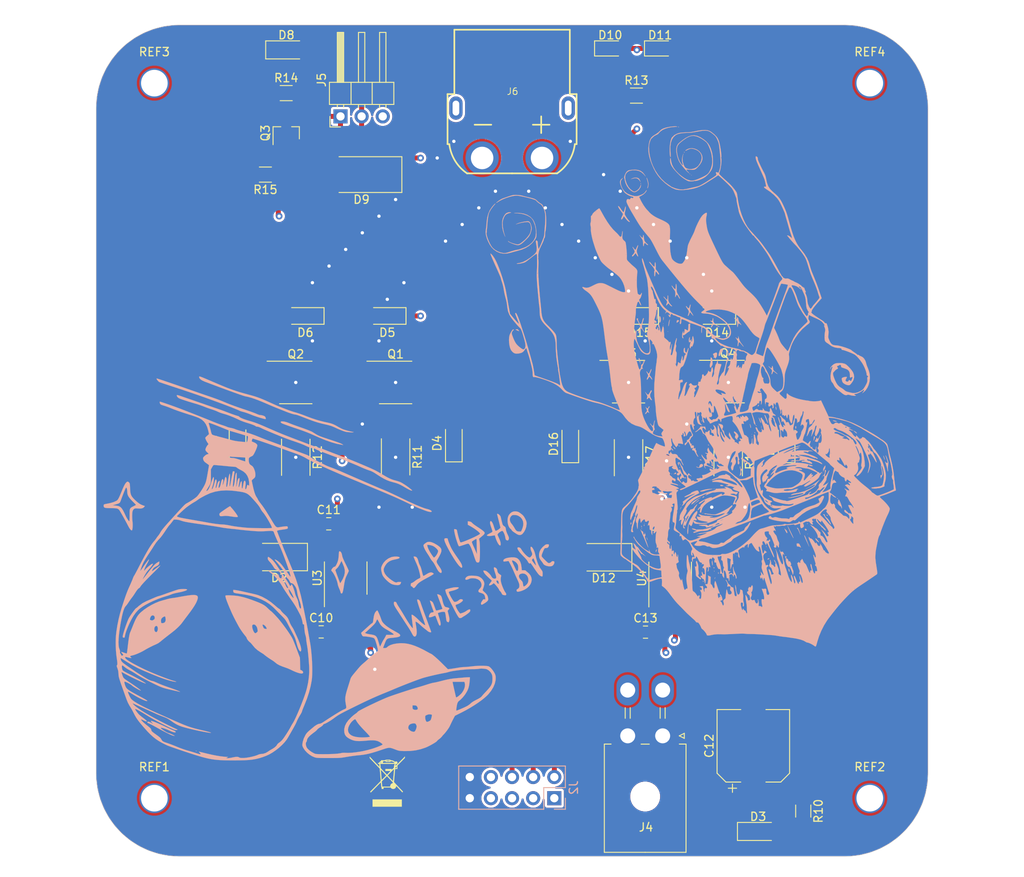
<source format=kicad_pcb>
(kicad_pcb (version 20171130) (host pcbnew "(5.1.10)-1")
  (layers (0 F.Cu signal) (1 In1.Cu signal) (2 In2.Cu signal) (31 B.Cu signal) (34 B.Paste user) (35 F.Paste user) (36 B.SilkS user) (37 F.SilkS user) (38 B.Mask user) (39 F.Mask user) (44 Edge.Cuts user))
  (net 0 "")
  (net 1 +12V)
  (net 2 GND)
  (net 3 "Net-(C11-Pad2)")
  (net 4 "Net-(C11-Pad1)")
  (net 5 "Net-(C14-Pad1)")
  (net 6 "Net-(C14-Pad2)")
  (net 7 "Net-(D3-Pad2)")
  (net 8 "Net-(D4-Pad2)")
  (net 9 "Net-(D4-Pad1)")
  (net 10 "Net-(D7-Pad1)")
  (net 11 "Net-(D7-Pad2)")
  (net 12 "Net-(D8-Pad1)")
  (net 13 "Net-(D9-Pad2)")
  (net 14 "Net-(D10-Pad1)")
  (net 15 "Net-(D13-Pad1)")
  (net 16 "Net-(D13-Pad2)")
  (net 17 "Net-(D16-Pad2)")
  (net 18 "Net-(D16-Pad1)")
  (net 19 /SD_H)
  (net 20 /SD_F)
  (net 21 /IN_H)
  (net 22 /IN_F)
  (net 23 "Net-(J2-Pad5)")
  (net 24 /SW_C)
  (net 25 "Net-(J5-Pad3)")
  (module monkey:Monkey_500Dpi (layer B.Cu) (at 233.5 91 25)
    (fp_text reference G*** hide)
    (fp_text value LOGO hide)
  )
  (module monkey:Alien (layer B.Cu) (at 188 111.5)
    (fp_text reference G*** hide)
    (fp_text value LOGO hide)
  )
  (module MountingHole:MountingHole_3.2mm_M3_ISO14580_Pad_TopOnly (layer F.Cu) (at 253 139)
    (fp_text reference REF2 (at 0 -3.75) (layer F.SilkS))
    (fp_text value MountingHole_3.2mm_M3_ISO14580_Pad_TopOnly)
    (pad 1 connect circle (at 0 0) (size 5.5 5.5) (layers F.Cu F.Mask))
    (pad 1 thru_hole circle (at 0 0) (size 3.6 3.6) (drill 3.2) (layers *.Cu *.Mask))
  )
  (module MountingHole:MountingHole_3.2mm_M3_ISO14580_Pad_TopOnly (layer F.Cu) (at 253 53)
    (fp_text reference REF4 (at 0 -3.75) (layer F.SilkS))
    (fp_text value MountingHole_3.2mm_M3_ISO14580_Pad_TopOnly)
    (pad 1 connect circle (at 0 0) (size 5.5 5.5) (layers F.Cu F.Mask))
    (pad 1 thru_hole circle (at 0 0) (size 3.6 3.6) (drill 3.2) (layers *.Cu *.Mask))
  )
  (module MountingHole:MountingHole_3.2mm_M3_ISO14580_Pad_TopOnly (layer F.Cu) (at 167 53)
    (fp_text reference REF3 (at 0 -3.75) (layer F.SilkS))
    (fp_text value MountingHole_3.2mm_M3_ISO14580_Pad_TopOnly)
    (pad 1 connect circle (at 0 0) (size 5.5 5.5) (layers F.Cu F.Mask))
    (pad 1 thru_hole circle (at 0 0) (size 3.6 3.6) (drill 3.2) (layers *.Cu *.Mask))
  )
  (module MountingHole:MountingHole_3.2mm_M3_ISO14580_Pad_TopOnly (layer F.Cu) (at 167 139)
    (fp_text reference REF1 (at 0 -3.75) (layer F.SilkS))
    (fp_text value MountingHole_3.2mm_M3_ISO14580_Pad_TopOnly)
    (pad 1 connect circle (at 0 0) (size 5.5 5.5) (layers F.Cu F.Mask))
    (pad 1 thru_hole circle (at 0 0) (size 3.6 3.6) (drill 3.2) (layers *.Cu *.Mask))
  )
  (module Symbol:WEEE-Logo_4.2x6mm_SilkScreen (layer F.Cu) (at 195 137)
    (fp_text reference REF** hide)
    (fp_text value WEEE-Logo_4.2x6mm_SilkScreen hide)
  )
  (module Diode_SMD:D_SMA-SMB_Universal_Handsoldering (layer F.Cu) (at 191.9 64 180)
    (fp_text reference D9 (at 0 -3) (layer F.SilkS))
    (fp_text value 1N4001)
    (pad 2 smd trapezoid (at 2.9 0) (size 3.6 1.7) (rect_delta 0.6 0) (layers F.Cu F.Paste F.Mask) (net 13 "Net-(D9-Pad2)"))
    (pad 1 smd trapezoid (at -2.9 0 180) (size 3.6 1.7) (rect_delta 0.6 0) (layers F.Cu F.Paste F.Mask) (net 1 +12V))
  )
  (module Capacitor_SMD:C_0805_2012Metric_Pad1.18x1.45mm_HandSolder (layer F.Cu) (at 187.0575 119)
    (fp_text reference C10 (at 0 -1.68) (layer F.SilkS))
    (fp_text value 10uF)
    (pad 2 smd roundrect (at 1.0375 0) (size 1.175 1.45) (layers F.Cu F.Paste F.Mask) (roundrect_rratio 0.2127659574468085) (net 1 +12V))
    (pad 1 smd roundrect (at -1.0375 0) (size 1.175 1.45) (layers F.Cu F.Paste F.Mask) (roundrect_rratio 0.2127659574468085) (net 2 GND))
  )
  (module Capacitor_SMD:C_0805_2012Metric_Pad1.18x1.45mm_HandSolder (layer F.Cu) (at 187.9625 106)
    (fp_text reference C11 (at 0 -1.68) (layer F.SilkS))
    (fp_text value 1uF)
    (pad 2 smd roundrect (at 1.0375 0) (size 1.175 1.45) (layers F.Cu F.Paste F.Mask) (roundrect_rratio 0.2127659574468085) (net 3 "Net-(C11-Pad2)"))
    (pad 1 smd roundrect (at -1.0375 0) (size 1.175 1.45) (layers F.Cu F.Paste F.Mask) (roundrect_rratio 0.2127659574468085) (net 4 "Net-(C11-Pad1)"))
  )
  (module Capacitor_SMD:CP_Elec_8x10.5 (layer F.Cu) (at 239 132.7 90)
    (fp_text reference C12 (at 0 -5.3 90) (layer F.SilkS))
    (fp_text value 220uF)
    (pad 2 smd roundrect (at 3.7 0 90) (size 4.4 2.5) (layers F.Cu F.Paste F.Mask) (roundrect_rratio 0.1) (net 1 +12V))
    (pad 1 smd roundrect (at -3.7 0 90) (size 4.4 2.5) (layers F.Cu F.Paste F.Mask) (roundrect_rratio 0.1) (net 2 GND))
  )
  (module Capacitor_SMD:C_0805_2012Metric_Pad1.18x1.45mm_HandSolder (layer F.Cu) (at 226.0375 119.025)
    (fp_text reference C13 (at 0 -1.68) (layer F.SilkS))
    (fp_text value 10uF)
    (pad 1 smd roundrect (at -1.0375 0) (size 1.175 1.45) (layers F.Cu F.Paste F.Mask) (roundrect_rratio 0.2127659574468085) (net 2 GND))
    (pad 2 smd roundrect (at 1.0375 0) (size 1.175 1.45) (layers F.Cu F.Paste F.Mask) (roundrect_rratio 0.2127659574468085) (net 1 +12V))
  )
  (module Capacitor_SMD:C_0805_2012Metric_Pad1.18x1.45mm_HandSolder (layer F.Cu) (at 227 106.025)
    (fp_text reference C14 (at 0 -1.68) (layer F.SilkS))
    (fp_text value 1uF)
    (pad 1 smd roundrect (at -1.0375 0) (size 1.175 1.45) (layers F.Cu F.Paste F.Mask) (roundrect_rratio 0.2127659574468085) (net 5 "Net-(C14-Pad1)"))
    (pad 2 smd roundrect (at 1.0375 0) (size 1.175 1.45) (layers F.Cu F.Paste F.Mask) (roundrect_rratio 0.2127659574468085) (net 6 "Net-(C14-Pad2)"))
  )
  (module Diode_SMD:D_SMA (layer F.Cu) (at 182 110 180)
    (fp_text reference D2 (at 0 -2.5) (layer F.SilkS))
    (fp_text value US2MA)
    (pad 1 smd rect (at -2 0 180) (size 2.5 1.8) (layers F.Cu F.Paste F.Mask) (net 4 "Net-(C11-Pad1)"))
    (pad 2 smd rect (at 2 0 180) (size 2.5 1.8) (layers F.Cu F.Paste F.Mask) (net 1 +12V))
  )
  (module LED_SMD:LED_1206_3216Metric_Castellated (layer F.Cu) (at 239.575 143)
    (fp_text reference D3 (at 0 -1.78) (layer F.SilkS))
    (fp_text value 12V_LED)
    (pad 1 smd roundrect (at -1.425 0) (size 1.6 1.65) (layers F.Cu F.Paste F.Mask) (roundrect_rratio 0.15625) (net 2 GND))
    (pad 2 smd roundrect (at 1.425 0) (size 1.6 1.65) (layers F.Cu F.Paste F.Mask) (roundrect_rratio 0.15625) (net 7 "Net-(D3-Pad2)"))
  )
  (module Diode_SMD:D_SOD-123 (layer F.Cu) (at 203 96.3 90)
    (fp_text reference D4 (at 0 -2 90) (layer F.SilkS))
    (fp_text value 1N4148W)
    (pad 2 smd rect (at 1.65 0 90) (size 0.9 1.2) (layers F.Cu F.Paste F.Mask) (net 8 "Net-(D4-Pad2)"))
    (pad 1 smd rect (at -1.65 0 90) (size 0.9 1.2) (layers F.Cu F.Paste F.Mask) (net 9 "Net-(D4-Pad1)"))
  )
  (module Diode_SMD:D_SOD-123 (layer F.Cu) (at 195 81 180)
    (fp_text reference D5 (at 0 -2) (layer F.SilkS))
    (fp_text value 1N4148W)
    (pad 2 smd rect (at 1.65 0 180) (size 0.9 1.2) (layers F.Cu F.Paste F.Mask) (net 3 "Net-(C11-Pad2)"))
    (pad 1 smd rect (at -1.65 0 180) (size 0.9 1.2) (layers F.Cu F.Paste F.Mask) (net 1 +12V))
  )
  (module Diode_SMD:D_SOD-123 (layer F.Cu) (at 185.15 81 180)
    (fp_text reference D6 (at 0 -2) (layer F.SilkS))
    (fp_text value 1N4148W)
    (pad 1 smd rect (at -1.65 0 180) (size 0.9 1.2) (layers F.Cu F.Paste F.Mask) (net 3 "Net-(C11-Pad2)"))
    (pad 2 smd rect (at 1.65 0 180) (size 0.9 1.2) (layers F.Cu F.Paste F.Mask) (net 2 GND))
  )
  (module Diode_SMD:D_SOD-123 (layer F.Cu) (at 177 96.35 90)
    (fp_text reference D7 (at 0 -2 90) (layer F.SilkS))
    (fp_text value 1N4148W)
    (pad 1 smd rect (at -1.65 0 90) (size 0.9 1.2) (layers F.Cu F.Paste F.Mask) (net 10 "Net-(D7-Pad1)"))
    (pad 2 smd rect (at 1.65 0 90) (size 0.9 1.2) (layers F.Cu F.Paste F.Mask) (net 11 "Net-(D7-Pad2)"))
  )
  (module LED_SMD:LED_1206_3216Metric_Castellated (layer F.Cu) (at 182.87 49)
    (fp_text reference D8 (at 0 -1.78) (layer F.SilkS))
    (fp_text value FUN_LED)
    (pad 2 smd roundrect (at 1.425 0) (size 1.6 1.65) (layers F.Cu F.Paste F.Mask) (roundrect_rratio 0.15625) (net 1 +12V))
    (pad 1 smd roundrect (at -1.425 0) (size 1.6 1.65) (layers F.Cu F.Paste F.Mask) (roundrect_rratio 0.15625) (net 12 "Net-(D8-Pad1)"))
  )
  (module LED_SMD:LED_0805_2012Metric_Castellated (layer F.Cu) (at 221.8 48.825)
    (fp_text reference D10 (at 0 -1.6) (layer F.SilkS))
    (fp_text value LED)
    (pad 2 smd roundrect (at 0.9625 0) (size 1.325 1.3) (layers F.Cu F.Paste F.Mask) (roundrect_rratio 0.1923076923076923) (net 6 "Net-(C14-Pad2)"))
    (pad 1 smd roundrect (at -0.9625 0) (size 1.325 1.3) (layers F.Cu F.Paste F.Mask) (roundrect_rratio 0.1923076923076923) (net 14 "Net-(D10-Pad1)"))
  )
  (module LED_SMD:LED_0805_2012Metric_Castellated (layer F.Cu) (at 227.8 48.825)
    (fp_text reference D11 (at 0 -1.6) (layer F.SilkS))
    (fp_text value LED)
    (pad 1 smd roundrect (at -0.9625 0) (size 1.325 1.3) (layers F.Cu F.Paste F.Mask) (roundrect_rratio 0.1923076923076923) (net 6 "Net-(C14-Pad2)"))
    (pad 2 smd roundrect (at 0.9625 0) (size 1.325 1.3) (layers F.Cu F.Paste F.Mask) (roundrect_rratio 0.1923076923076923) (net 14 "Net-(D10-Pad1)"))
  )
  (module Diode_SMD:D_SMA (layer F.Cu) (at 221 110.025 180)
    (fp_text reference D12 (at 0 -2.5) (layer F.SilkS))
    (fp_text value US2MA)
    (pad 2 smd rect (at 2 0 180) (size 2.5 1.8) (layers F.Cu F.Paste F.Mask) (net 1 +12V))
    (pad 1 smd rect (at -2 0 180) (size 2.5 1.8) (layers F.Cu F.Paste F.Mask) (net 5 "Net-(C14-Pad1)"))
  )
  (module Diode_SMD:D_SOD-123 (layer F.Cu) (at 243 96.4 90)
    (fp_text reference D13 (at 0 -2 90) (layer F.SilkS))
    (fp_text value 1N4148W)
    (pad 1 smd rect (at -1.65 0 90) (size 0.9 1.2) (layers F.Cu F.Paste F.Mask) (net 15 "Net-(D13-Pad1)"))
    (pad 2 smd rect (at 1.65 0 90) (size 0.9 1.2) (layers F.Cu F.Paste F.Mask) (net 16 "Net-(D13-Pad2)"))
  )
  (module Diode_SMD:D_SOD-123 (layer F.Cu) (at 234.625 81 180)
    (fp_text reference D14 (at 0 -2) (layer F.SilkS))
    (fp_text value 1N4148W)
    (pad 1 smd rect (at -1.65 0 180) (size 0.9 1.2) (layers F.Cu F.Paste F.Mask) (net 1 +12V))
    (pad 2 smd rect (at 1.65 0 180) (size 0.9 1.2) (layers F.Cu F.Paste F.Mask) (net 6 "Net-(C14-Pad2)"))
  )
  (module Diode_SMD:D_SOD-123 (layer F.Cu) (at 225.35 81 180)
    (fp_text reference D15 (at 0 -2) (layer F.SilkS))
    (fp_text value 1N4148W)
    (pad 2 smd rect (at 1.65 0 180) (size 0.9 1.2) (layers F.Cu F.Paste F.Mask) (net 2 GND))
    (pad 1 smd rect (at -1.65 0 180) (size 0.9 1.2) (layers F.Cu F.Paste F.Mask) (net 6 "Net-(C14-Pad2)"))
  )
  (module Diode_SMD:D_SOD-123 (layer F.Cu) (at 217 96.4 90)
    (fp_text reference D16 (at 0 -2 90) (layer F.SilkS))
    (fp_text value 1N4148W)
    (pad 2 smd rect (at 1.65 0 90) (size 0.9 1.2) (layers F.Cu F.Paste F.Mask) (net 17 "Net-(D16-Pad2)"))
    (pad 1 smd rect (at -1.65 0 90) (size 0.9 1.2) (layers F.Cu F.Paste F.Mask) (net 18 "Net-(D16-Pad1)"))
  )
  (module Connector_PinHeader_2.54mm:PinHeader_2x05_P2.54mm_Vertical (layer B.Cu) (at 215.075 139 90)
    (fp_text reference J2 (at 1.27 2.33 -90) (layer B.SilkS) (effects (justify mirror)))
    (fp_text value J_PCB_DOWN)
    (pad 1 thru_hole rect (at 0 0 90) (size 1.7 1.7) (drill 1) (layers *.Cu *.Mask) (net 19 /SD_H))
    (pad 2 thru_hole oval (at 2.54 0 90) (size 1.7 1.7) (drill 1) (layers *.Cu *.Mask) (net 20 /SD_F))
    (pad 3 thru_hole oval (at 0 -2.54 90) (size 1.7 1.7) (drill 1) (layers *.Cu *.Mask) (net 21 /IN_H))
    (pad 4 thru_hole oval (at 2.54 -2.54 90) (size 1.7 1.7) (drill 1) (layers *.Cu *.Mask) (net 22 /IN_F))
    (pad 5 thru_hole oval (at 0 -5.08 90) (size 1.7 1.7) (drill 1) (layers *.Cu *.Mask) (net 23 "Net-(J2-Pad5)"))
    (pad 6 thru_hole oval (at 2.54 -5.08 90) (size 1.7 1.7) (drill 1) (layers *.Cu *.Mask) (net 24 /SW_C))
    (pad 7 thru_hole oval (at 0 -7.62 90) (size 1.7 1.7) (drill 1) (layers *.Cu *.Mask) (net 1 +12V))
    (pad 8 thru_hole oval (at 2.54 -7.62 90) (size 1.7 1.7) (drill 1) (layers *.Cu *.Mask) (net 1 +12V))
    (pad 9 thru_hole oval (at 0 -10.16 90) (size 1.7 1.7) (drill 1) (layers *.Cu *.Mask) (net 2 GND))
    (pad 10 thru_hole oval (at 2.54 -10.16 90) (size 1.7 1.7) (drill 1) (layers *.Cu *.Mask) (net 2 GND))
  )
  (module Connector_Molex:Molex_Mini-Fit_Jr_5569-04A2_2x02_P4.20mm_Horizontal (layer F.Cu) (at 228.1 131.5 180)
    (fp_text reference J4 (at 2 -11) (layer F.SilkS))
    (fp_text value IN_12V_POWER)
    (pad 1 thru_hole roundrect (at 0 0 180) (size 2.7 3.7) (drill 1.8) (layers *.Cu *.Mask) (roundrect_rratio 0.09259296296296296) (net 2 GND))
    (pad 2 thru_hole oval (at 4.2 0 180) (size 2.7 3.7) (drill 1.8) (layers *.Cu *.Mask) (net 2 GND))
    (pad 3 thru_hole oval (at 0 5.5 180) (size 2.7 3.7) (drill 1.8) (layers *.Cu *.Mask) (net 1 +12V))
    (pad 4 thru_hole oval (at 4.2 5.5 180) (size 2.7 3.7) (drill 1.8) (layers *.Cu *.Mask) (net 1 +12V))
    (pad "" np_thru_hole circle (at 2.1 -7.3 180) (size 3 3) (drill 3) (layers *.Cu *.Mask))
  )
  (module Connector_PinHeader_2.54mm:PinHeader_1x03_P2.54mm_Horizontal (layer F.Cu) (at 189.375 57 90)
    (fp_text reference J5 (at 4.385 -2.27 90) (layer F.SilkS))
    (fp_text value J_COOLER)
    (pad 1 thru_hole rect (at 0 0 90) (size 1.7 1.7) (drill 1) (layers *.Cu *.Mask) (net 13 "Net-(D9-Pad2)"))
    (pad 2 thru_hole oval (at 0 2.54 90) (size 1.7 1.7) (drill 1) (layers *.Cu *.Mask) (net 1 +12V))
    (pad 3 thru_hole oval (at 0 5.08 90) (size 1.7 1.7) (drill 1) (layers *.Cu *.Mask) (net 25 "Net-(J5-Pad3)"))
  )
  (module Package_SO:SOIC-8_3.9x4.9mm_P1.27mm (layer F.Cu) (at 196 89)
    (fp_text reference Q1 (at 0 -3.4) (layer F.SilkS))
    (fp_text value IRF7403)
    (pad 1 smd roundrect (at -2.475 -1.905) (size 1.95 0.6) (layers F.Cu F.Paste F.Mask) (net 3 "Net-(C11-Pad2)"))
    (pad 2 smd roundrect (at -2.475 -0.635) (size 1.95 0.6) (layers F.Cu F.Paste F.Mask) (net 3 "Net-(C11-Pad2)"))
    (pad 3 smd roundrect (at -2.475 0.635) (size 1.95 0.6) (layers F.Cu F.Paste F.Mask) (net 3 "Net-(C11-Pad2)"))
    (pad 4 smd roundrect (at -2.475 1.905) (size 1.95 0.6) (layers F.Cu F.Paste F.Mask) (net 8 "Net-(D4-Pad2)"))
    (pad 5 smd roundrect (at 2.475 1.905) (size 1.95 0.6) (layers F.Cu F.Paste F.Mask) (net 1 +12V))
    (pad 6 smd roundrect (at 2.475 0.635) (size 1.95 0.6) (layers F.Cu F.Paste F.Mask) (net 1 +12V))
    (pad 7 smd roundrect (at 2.475 -0.635) (size 1.95 0.6) (layers F.Cu F.Paste F.Mask) (net 1 +12V))
    (pad 8 smd roundrect (at 2.475 -1.905) (size 1.95 0.6) (layers F.Cu F.Paste F.Mask) (net 1 +12V))
  )
  (module Package_SO:SOIC-8_3.9x4.9mm_P1.27mm (layer F.Cu) (at 184 89)
    (fp_text reference Q2 (at 0 -3.4) (layer F.SilkS))
    (fp_text value IRF7403)
    (pad 8 smd roundrect (at 2.475 -1.905) (size 1.95 0.6) (layers F.Cu F.Paste F.Mask) (net 3 "Net-(C11-Pad2)"))
    (pad 7 smd roundrect (at 2.475 -0.635) (size 1.95 0.6) (layers F.Cu F.Paste F.Mask) (net 3 "Net-(C11-Pad2)"))
    (pad 6 smd roundrect (at 2.475 0.635) (size 1.95 0.6) (layers F.Cu F.Paste F.Mask) (net 3 "Net-(C11-Pad2)"))
    (pad 5 smd roundrect (at 2.475 1.905) (size 1.95 0.6) (layers F.Cu F.Paste F.Mask) (net 3 "Net-(C11-Pad2)"))
    (pad 4 smd roundrect (at -2.475 1.905) (size 1.95 0.6) (layers F.Cu F.Paste F.Mask) (net 11 "Net-(D7-Pad2)"))
    (pad 3 smd roundrect (at -2.475 0.635) (size 1.95 0.6) (layers F.Cu F.Paste F.Mask) (net 2 GND))
    (pad 2 smd roundrect (at -2.475 -0.635) (size 1.95 0.6) (layers F.Cu F.Paste F.Mask) (net 2 GND))
    (pad 1 smd roundrect (at -2.475 -1.905) (size 1.95 0.6) (layers F.Cu F.Paste F.Mask) (net 2 GND))
  )
  (module Package_TO_SOT_SMD:SOT-23 (layer F.Cu) (at 182.85 59 90)
    (fp_text reference Q3 (at 0 -2.5 90) (layer F.SilkS))
    (fp_text value FDV303N)
    (pad 1 smd rect (at -1 -0.95 90) (size 0.9 0.8) (layers F.Cu F.Paste F.Mask) (net 24 /SW_C))
    (pad 2 smd rect (at -1 0.95 90) (size 0.9 0.8) (layers F.Cu F.Paste F.Mask) (net 2 GND))
    (pad 3 smd rect (at 1 0 90) (size 0.9 0.8) (layers F.Cu F.Paste F.Mask) (net 13 "Net-(D9-Pad2)"))
  )
  (module Package_SO:SOIC-8_3.9x4.9mm_P1.27mm (layer F.Cu) (at 235.975 88.895)
    (fp_text reference Q4 (at 0 -3.4) (layer F.SilkS))
    (fp_text value IRF7403)
    (pad 1 smd roundrect (at -2.475 -1.905) (size 1.95 0.6) (layers F.Cu F.Paste F.Mask) (net 6 "Net-(C14-Pad2)"))
    (pad 2 smd roundrect (at -2.475 -0.635) (size 1.95 0.6) (layers F.Cu F.Paste F.Mask) (net 6 "Net-(C14-Pad2)"))
    (pad 3 smd roundrect (at -2.475 0.635) (size 1.95 0.6) (layers F.Cu F.Paste F.Mask) (net 6 "Net-(C14-Pad2)"))
    (pad 4 smd roundrect (at -2.475 1.905) (size 1.95 0.6) (layers F.Cu F.Paste F.Mask) (net 16 "Net-(D13-Pad2)"))
    (pad 5 smd roundrect (at 2.475 1.905) (size 1.95 0.6) (layers F.Cu F.Paste F.Mask) (net 1 +12V))
    (pad 6 smd roundrect (at 2.475 0.635) (size 1.95 0.6) (layers F.Cu F.Paste F.Mask) (net 1 +12V))
    (pad 7 smd roundrect (at 2.475 -0.635) (size 1.95 0.6) (layers F.Cu F.Paste F.Mask) (net 1 +12V))
    (pad 8 smd roundrect (at 2.475 -1.905) (size 1.95 0.6) (layers F.Cu F.Paste F.Mask) (net 1 +12V))
  )
  (module Package_SO:SOIC-8_3.9x4.9mm_P1.27mm (layer F.Cu) (at 224 88.905)
    (fp_text reference Q5 (at 0 -3.4) (layer F.SilkS))
    (fp_text value IRF7403)
    (pad 1 smd roundrect (at -2.475 -1.905) (size 1.95 0.6) (layers F.Cu F.Paste F.Mask) (net 2 GND))
    (pad 2 smd roundrect (at -2.475 -0.635) (size 1.95 0.6) (layers F.Cu F.Paste F.Mask) (net 2 GND))
    (pad 3 smd roundrect (at -2.475 0.635) (size 1.95 0.6) (layers F.Cu F.Paste F.Mask) (net 2 GND))
    (pad 4 smd roundrect (at -2.475 1.905) (size 1.95 0.6) (layers F.Cu F.Paste F.Mask) (net 17 "Net-(D16-Pad2)"))
    (pad 5 smd roundrect (at 2.475 1.905) (size 1.95 0.6) (layers F.Cu F.Paste F.Mask) (net 6 "Net-(C14-Pad2)"))
    (pad 6 smd roundrect (at 2.475 0.635) (size 1.95 0.6) (layers F.Cu F.Paste F.Mask) (net 6 "Net-(C14-Pad2)"))
    (pad 7 smd roundrect (at 2.475 -0.635) (size 1.95 0.6) (layers F.Cu F.Paste F.Mask) (net 6 "Net-(C14-Pad2)"))
    (pad 8 smd roundrect (at 2.475 -1.905) (size 1.95 0.6) (layers F.Cu F.Paste F.Mask) (net 6 "Net-(C14-Pad2)"))
  )
  (module Resistor_SMD:R_1206_3216Metric_Pad1.30x1.75mm_HandSolder (layer F.Cu) (at 245 140.55 270)
    (fp_text reference R10 (at 0 -1.82 90) (layer F.SilkS))
    (fp_text value 1k)
    (pad 1 smd roundrect (at -1.55 0 270) (size 1.3 1.75) (layers F.Cu F.Paste F.Mask) (roundrect_rratio 0.1923076923076923) (net 1 +12V))
    (pad 2 smd roundrect (at 1.55 0 270) (size 1.3 1.75) (layers F.Cu F.Paste F.Mask) (roundrect_rratio 0.1923076923076923) (net 7 "Net-(D3-Pad2)"))
  )
  (module Resistor_SMD:R_2512_6332Metric_Pad1.40x3.35mm_HandSolder (layer F.Cu) (at 196 97.95 270)
    (fp_text reference R11 (at 0 -2.62 90) (layer F.SilkS))
    (fp_text value 47)
    (pad 1 smd roundrect (at -3.05 0 270) (size 1.4 3.35) (layers F.Cu F.Paste F.Mask) (roundrect_rratio 0.1785707142857143) (net 8 "Net-(D4-Pad2)"))
    (pad 2 smd roundrect (at 3.05 0 270) (size 1.4 3.35) (layers F.Cu F.Paste F.Mask) (roundrect_rratio 0.1785707142857143) (net 9 "Net-(D4-Pad1)"))
  )
  (module Resistor_SMD:R_2512_6332Metric_Pad1.40x3.35mm_HandSolder (layer F.Cu) (at 184 98 270)
    (fp_text reference R12 (at 0 -2.62 90) (layer F.SilkS))
    (fp_text value 47)
    (pad 2 smd roundrect (at 3.05 0 270) (size 1.4 3.35) (layers F.Cu F.Paste F.Mask) (roundrect_rratio 0.1785707142857143) (net 10 "Net-(D7-Pad1)"))
    (pad 1 smd roundrect (at -3.05 0 270) (size 1.4 3.35) (layers F.Cu F.Paste F.Mask) (roundrect_rratio 0.1785707142857143) (net 11 "Net-(D7-Pad2)"))
  )
  (module Resistor_SMD:R_1206_3216Metric_Pad1.30x1.75mm_HandSolder (layer F.Cu) (at 224.95 54.5)
    (fp_text reference R13 (at 0 -1.82) (layer F.SilkS))
    (fp_text value 1k)
    (pad 2 smd roundrect (at 1.55 0) (size 1.3 1.75) (layers F.Cu F.Paste F.Mask) (roundrect_rratio 0.1923076923076923) (net 14 "Net-(D10-Pad1)"))
    (pad 1 smd roundrect (at -1.55 0) (size 1.3 1.75) (layers F.Cu F.Paste F.Mask) (roundrect_rratio 0.1923076923076923) (net 3 "Net-(C11-Pad2)"))
  )
  (module Resistor_SMD:R_1206_3216Metric_Pad1.30x1.75mm_HandSolder (layer F.Cu) (at 182.85 54.2)
    (fp_text reference R14 (at 0 -1.82) (layer F.SilkS))
    (fp_text value 1k)
    (pad 1 smd roundrect (at -1.55 0) (size 1.3 1.75) (layers F.Cu F.Paste F.Mask) (roundrect_rratio 0.1923076923076923) (net 12 "Net-(D8-Pad1)"))
    (pad 2 smd roundrect (at 1.55 0) (size 1.3 1.75) (layers F.Cu F.Paste F.Mask) (roundrect_rratio 0.1923076923076923) (net 13 "Net-(D9-Pad2)"))
  )
  (module Resistor_SMD:R_1206_3216Metric_Pad1.30x1.75mm_HandSolder (layer F.Cu) (at 180.35 64 180)
    (fp_text reference R15 (at 0 -1.82) (layer F.SilkS))
    (fp_text value 1k)
    (pad 2 smd roundrect (at 1.55 0 180) (size 1.3 1.75) (layers F.Cu F.Paste F.Mask) (roundrect_rratio 0.1923076923076923) (net 2 GND))
    (pad 1 smd roundrect (at -1.55 0 180) (size 1.3 1.75) (layers F.Cu F.Paste F.Mask) (roundrect_rratio 0.1923076923076923) (net 24 /SW_C))
  )
  (module Resistor_SMD:R_2512_6332Metric_Pad1.40x3.35mm_HandSolder (layer F.Cu) (at 235.975 98.05 270)
    (fp_text reference R16 (at 0 -2.62 90) (layer F.SilkS))
    (fp_text value 47)
    (pad 2 smd roundrect (at 3.05 0 270) (size 1.4 3.35) (layers F.Cu F.Paste F.Mask) (roundrect_rratio 0.1785707142857143) (net 15 "Net-(D13-Pad1)"))
    (pad 1 smd roundrect (at -3.05 0 270) (size 1.4 3.35) (layers F.Cu F.Paste F.Mask) (roundrect_rratio 0.1785707142857143) (net 16 "Net-(D13-Pad2)"))
  )
  (module Resistor_SMD:R_2512_6332Metric_Pad1.40x3.35mm_HandSolder (layer F.Cu) (at 224 98.05 270)
    (fp_text reference R17 (at 0 -2.62 90) (layer F.SilkS))
    (fp_text value 47)
    (pad 1 smd roundrect (at -3.05 0 270) (size 1.4 3.35) (layers F.Cu F.Paste F.Mask) (roundrect_rratio 0.1785707142857143) (net 17 "Net-(D16-Pad2)"))
    (pad 2 smd roundrect (at 3.05 0 270) (size 1.4 3.35) (layers F.Cu F.Paste F.Mask) (roundrect_rratio 0.1785707142857143) (net 18 "Net-(D16-Pad1)"))
  )
  (module Package_SO:SOIC-8_3.9x4.9mm_P1.27mm (layer F.Cu) (at 190 112.525 90)
    (fp_text reference U3 (at 0 -3.4 90) (layer F.SilkS))
    (fp_text value IR2104)
    (pad 8 smd roundrect (at 2.475 -1.905 90) (size 1.95 0.6) (layers F.Cu F.Paste F.Mask) (net 4 "Net-(C11-Pad1)"))
    (pad 7 smd roundrect (at 2.475 -0.635 90) (size 1.95 0.6) (layers F.Cu F.Paste F.Mask) (net 9 "Net-(D4-Pad1)"))
    (pad 6 smd roundrect (at 2.475 0.635 90) (size 1.95 0.6) (layers F.Cu F.Paste F.Mask) (net 3 "Net-(C11-Pad2)"))
    (pad 5 smd roundrect (at 2.475 1.905 90) (size 1.95 0.6) (layers F.Cu F.Paste F.Mask) (net 10 "Net-(D7-Pad1)"))
    (pad 4 smd roundrect (at -2.475 1.905 90) (size 1.95 0.6) (layers F.Cu F.Paste F.Mask) (net 2 GND))
    (pad 3 smd roundrect (at -2.475 0.635 90) (size 1.95 0.6) (layers F.Cu F.Paste F.Mask) (net 20 /SD_F))
    (pad 2 smd roundrect (at -2.475 -0.635 90) (size 1.95 0.6) (layers F.Cu F.Paste F.Mask) (net 22 /IN_F))
    (pad 1 smd roundrect (at -2.475 -1.905 90) (size 1.95 0.6) (layers F.Cu F.Paste F.Mask) (net 1 +12V))
  )
  (module Package_SO:SOIC-8_3.9x4.9mm_P1.27mm (layer F.Cu) (at 229 112.55 90)
    (fp_text reference U4 (at 0 -3.4 90) (layer F.SilkS))
    (fp_text value IR2104)
    (pad 8 smd roundrect (at 2.475 -1.905 90) (size 1.95 0.6) (layers F.Cu F.Paste F.Mask) (net 5 "Net-(C14-Pad1)"))
    (pad 7 smd roundrect (at 2.475 -0.635 90) (size 1.95 0.6) (layers F.Cu F.Paste F.Mask) (net 15 "Net-(D13-Pad1)"))
    (pad 6 smd roundrect (at 2.475 0.635 90) (size 1.95 0.6) (layers F.Cu F.Paste F.Mask) (net 6 "Net-(C14-Pad2)"))
    (pad 5 smd roundrect (at 2.475 1.905 90) (size 1.95 0.6) (layers F.Cu F.Paste F.Mask) (net 18 "Net-(D16-Pad1)"))
    (pad 4 smd roundrect (at -2.475 1.905 90) (size 1.95 0.6) (layers F.Cu F.Paste F.Mask) (net 2 GND))
    (pad 3 smd roundrect (at -2.475 0.635 90) (size 1.95 0.6) (layers F.Cu F.Paste F.Mask) (net 19 /SD_H))
    (pad 2 smd roundrect (at -2.475 -0.635 90) (size 1.95 0.6) (layers F.Cu F.Paste F.Mask) (net 21 /IN_H))
    (pad 1 smd roundrect (at -2.475 -1.905 90) (size 1.95 0.6) (layers F.Cu F.Paste F.Mask) (net 1 +12V))
  )
  (module XT60-PW:Amass_XT60PW-M (layer F.Cu) (at 210 62)
    (fp_text reference J6 (at 0.058805 -8) (layer F.SilkS) (effects (font (size 0.8 0.8) (thickness 0.1))))
    (fp_text value J_TERMO hide)
    (pad "" thru_hole oval (at 6.75 -6) (size 1.6 2.8) (drill oval 0.8 1.8) (layers *.Cu *.Mask))
    (pad 2 thru_hole circle (at 3.6 0) (size 4 4) (drill 2.7) (layers *.Cu *.Mask) (net 6 "Net-(C14-Pad2)"))
    (pad 1 thru_hole circle (at -3.6 0) (size 4 4) (drill 2.7) (layers *.Cu *.Mask) (net 3 "Net-(C11-Pad2)"))
    (pad "" thru_hole oval (at -6.75 -6) (size 1.6 2.8) (drill oval 0.8 1.8) (layers *.Cu *.Mask))
  )
  (gr_line (start 160 56) (end 160 136) (layer Edge.Cuts) (width 0.05))
  (gr_line (start 170 146) (end 250 146) (layer Edge.Cuts) (width 0.05))
  (gr_arc (start 170 136) (end 160 136) (angle -90) (layer Edge.Cuts) (width 0.05))
  (gr_line (start 250 46) (end 170 46) (layer Edge.Cuts) (width 0.05))
  (gr_arc (start 170 56) (end 170 46) (angle -90) (layer Edge.Cuts) (width 0.05))
  (gr_line (start 260 136) (end 260 56) (layer Edge.Cuts) (width 0.05))
  (gr_arc (start 250 56) (end 260 56) (angle -90) (layer Edge.Cuts) (width 0.05))
  (gr_arc (start 250 136) (end 250 146) (angle -90) (layer Edge.Cuts) (width 0.05))
  (segment (start 191.915 58.915) (end 191.915 57) (width 0.6) (layer F.Cu) (net 1))
  (segment (start 194 61) (end 191.915 58.915) (width 0.6) (layer F.Cu) (net 1))
  (segment (start 196.5 61) (end 194 61) (width 0.6) (layer F.Cu) (net 1))
  (segment (start 197.5 62) (end 196.5 61) (width 0.6) (layer F.Cu) (net 1))
  (segment (start 197.5 64) (end 197.5 62) (width 0.6) (layer F.Cu) (net 1))
  (segment (start 194.8 64) (end 197.5 64) (width 0.6) (layer F.Cu) (net 1))
  (segment (start 191.915 54.915) (end 191.915 57) (width 0.6) (layer F.Cu) (net 1))
  (segment (start 186 49) (end 191.915 54.915) (width 0.6) (layer F.Cu) (net 1))
  (segment (start 184.295 49) (end 186 49) (width 0.6) (layer F.Cu) (net 1))
  (segment (start 245 135) (end 239 129) (width 0.6) (layer F.Cu) (net 1))
  (segment (start 245 139) (end 245 135) (width 0.6) (layer F.Cu) (net 1))
  (segment (start 227.075 115.045) (end 227.095 115.025) (width 0.6) (layer F.Cu) (net 1))
  (segment (start 227.075 119.025) (end 227.075 115.045) (width 0.6) (layer F.Cu) (net 1))
  (segment (start 188.095 119) (end 188.095 115) (width 0.6) (layer F.Cu) (net 1))
  (segment (start 236 126) (end 239 129) (width 4.6) (layer F.Cu) (net 1))
  (segment (start 228.1 126) (end 236 126) (width 4.6) (layer F.Cu) (net 1))
  (segment (start 223.9 126) (end 228.1 126) (width 4.6) (layer F.Cu) (net 1))
  (segment (start 188.095 115) (end 182 115) (width 0.6) (layer F.Cu) (net 1))
  (segment (start 180 113) (end 180 110) (width 0.6) (layer F.Cu) (net 1))
  (segment (start 182 115) (end 180 113) (width 0.6) (layer F.Cu) (net 1))
  (segment (start 219 113) (end 219 110.025) (width 0.6) (layer F.Cu) (net 1))
  (segment (start 221.025 115.025) (end 219 113) (width 0.6) (layer F.Cu) (net 1))
  (segment (start 227.095 115.025) (end 221.025 115.025) (width 0.6) (layer F.Cu) (net 1))
  (segment (start 196.65 81) (end 196.65 82.65) (width 0.6) (layer F.Cu) (net 1))
  (segment (start 198.475 84.475) (end 198.475 87.475) (width 0.6) (layer F.Cu) (net 1))
  (segment (start 196.65 82.65) (end 198.475 84.475) (width 0.6) (layer F.Cu) (net 1))
  (segment (start 198.475 87.475) (end 198.475 90.905) (width 0.6) (layer F.Cu) (net 1))
  (segment (start 198.475 87.095) (end 198.475 87.475) (width 0.6) (layer F.Cu) (net 1))
  (segment (start 238.45 90.8) (end 238.45 86.99) (width 0.6) (layer F.Cu) (net 1))
  (segment (start 236.275 82.775) (end 236.275 81) (width 0.6) (layer F.Cu) (net 1))
  (segment (start 238.45 84.95) (end 236.275 82.775) (width 0.6) (layer F.Cu) (net 1))
  (segment (start 238.45 86.99) (end 238.45 84.95) (width 0.6) (layer F.Cu) (net 1))
  (segment (start 204 89) (end 200 89) (width 4.6) (layer F.Cu) (net 1))
  (segment (start 210 95) (end 204 89) (width 4.6) (layer F.Cu) (net 1))
  (segment (start 210 112.1) (end 210 95) (width 4.6) (layer F.Cu) (net 1))
  (segment (start 223.9 126) (end 210 112.1) (width 4.6) (layer F.Cu) (net 1))
  (segment (start 244 89) (end 240 89) (width 4.6) (layer F.Cu) (net 1))
  (segment (start 250 95) (end 244 89) (width 4.6) (layer F.Cu) (net 1))
  (segment (start 250 112) (end 250 95) (width 4.6) (layer F.Cu) (net 1))
  (segment (start 236 126) (end 250 112) (width 4.6) (layer F.Cu) (net 1))
  (segment (start 196.65 81) (end 199 81) (width 0.6) (layer F.Cu) (net 1))
  (segment (start 199 81) (end 199 81) (width 0.6) (layer F.Cu) (net 1))
  (via (at 199 81) (size 0.8) (drill 0.4) (layers F.Cu B.Cu) (net 1))
  (via (at 199 62) (size 0.8) (drill 0.4) (layers F.Cu B.Cu) (net 1))
  (segment (start 197.5 62) (end 199 62) (width 0.6) (layer F.Cu) (net 1))
  (segment (start 227.075 124.975) (end 228.1 126) (width 0.6) (layer F.Cu) (net 1))
  (segment (start 227.075 119.025) (end 227.075 124.975) (width 0.6) (layer F.Cu) (net 1))
  (segment (start 191 119) (end 193 121) (width 0.6) (layer F.Cu) (net 1))
  (segment (start 188.095 119) (end 191 119) (width 0.6) (layer F.Cu) (net 1))
  (segment (start 193 121) (end 193 121.5) (width 0.6) (layer F.Cu) (net 1))
  (segment (start 193 121.5) (end 193 121.5) (width 0.6) (layer F.Cu) (net 1))
  (via (at 193 121.5) (size 0.8) (drill 0.4) (layers F.Cu B.Cu) (net 1))
  (via (at 188 75) (size 0.8) (drill 0.4) (layers F.Cu B.Cu) (net 2))
  (via (at 190 73) (size 0.8) (drill 0.4) (layers F.Cu B.Cu) (net 2))
  (via (at 192 71) (size 0.8) (drill 0.4) (layers F.Cu B.Cu) (net 2))
  (via (at 194 69) (size 0.8) (drill 0.4) (layers F.Cu B.Cu) (net 2))
  (via (at 196 67) (size 0.8) (drill 0.4) (layers F.Cu B.Cu) (net 2))
  (via (at 201 62) (size 0.8) (drill 0.4) (layers F.Cu B.Cu) (net 2))
  (via (at 203 60) (size 0.8) (drill 0.4) (layers F.Cu B.Cu) (net 2))
  (via (at 217 60) (size 0.8) (drill 0.4) (layers F.Cu B.Cu) (net 2))
  (via (at 221 64) (size 0.8) (drill 0.4) (layers F.Cu B.Cu) (net 2))
  (via (at 223 66) (size 0.8) (drill 0.4) (layers F.Cu B.Cu) (net 2))
  (via (at 225 68) (size 0.8) (drill 0.4) (layers F.Cu B.Cu) (net 2))
  (via (at 227 70) (size 0.8) (drill 0.4) (layers F.Cu B.Cu) (net 2))
  (via (at 229 72) (size 0.8) (drill 0.4) (layers F.Cu B.Cu) (net 2))
  (via (at 231 74) (size 0.8) (drill 0.4) (layers F.Cu B.Cu) (net 2))
  (via (at 233 76) (size 0.8) (drill 0.4) (layers F.Cu B.Cu) (net 2))
  (via (at 234 78) (size 0.8) (drill 0.4) (layers F.Cu B.Cu) (net 2))
  (via (at 186 77) (size 0.8) (drill 0.4) (layers F.Cu B.Cu) (net 2))
  (via (at 186 84) (size 0.8) (drill 0.4) (layers F.Cu B.Cu) (net 2))
  (via (at 194 84) (size 0.8) (drill 0.4) (layers F.Cu B.Cu) (net 2))
  (via (at 226 84) (size 0.8) (drill 0.4) (layers F.Cu B.Cu) (net 2))
  (via (at 234 84) (size 0.8) (drill 0.4) (layers F.Cu B.Cu) (net 2))
  (via (at 192 94) (size 0.8) (drill 0.4) (layers F.Cu B.Cu) (net 2))
  (via (at 231 94) (size 0.8) (drill 0.4) (layers F.Cu B.Cu) (net 2))
  (via (at 208 66) (size 0.8) (drill 0.4) (layers F.Cu B.Cu) (net 2))
  (via (at 206 68) (size 0.8) (drill 0.4) (layers F.Cu B.Cu) (net 2))
  (via (at 204 70) (size 0.8) (drill 0.4) (layers F.Cu B.Cu) (net 2))
  (via (at 202 72) (size 0.8) (drill 0.4) (layers F.Cu B.Cu) (net 2))
  (via (at 197 77) (size 0.8) (drill 0.4) (layers F.Cu B.Cu) (net 2))
  (via (at 195 79) (size 0.8) (drill 0.4) (layers F.Cu B.Cu) (net 2))
  (via (at 212 66) (size 0.8) (drill 0.4) (layers F.Cu B.Cu) (net 2))
  (via (at 214 68) (size 0.8) (drill 0.4) (layers F.Cu B.Cu) (net 2))
  (via (at 216 70) (size 0.8) (drill 0.4) (layers F.Cu B.Cu) (net 2))
  (via (at 218 72) (size 0.8) (drill 0.4) (layers F.Cu B.Cu) (net 2))
  (via (at 220 74) (size 0.8) (drill 0.4) (layers F.Cu B.Cu) (net 2))
  (via (at 222 76) (size 0.8) (drill 0.4) (layers F.Cu B.Cu) (net 2))
  (via (at 224 78) (size 0.8) (drill 0.4) (layers F.Cu B.Cu) (net 2))
  (via (at 184 89) (size 0.8) (drill 0.4) (layers F.Cu B.Cu) (net 2))
  (via (at 196 89) (size 0.8) (drill 0.4) (layers F.Cu B.Cu) (net 2))
  (via (at 224 89) (size 0.8) (drill 0.4) (layers F.Cu B.Cu) (net 2))
  (via (at 236 89) (size 0.8) (drill 0.4) (layers F.Cu B.Cu) (net 2))
  (via (at 184 98) (size 0.8) (drill 0.4) (layers F.Cu B.Cu) (net 2))
  (via (at 196 98) (size 0.8) (drill 0.4) (layers F.Cu B.Cu) (net 2))
  (via (at 224 98) (size 0.8) (drill 0.4) (layers F.Cu B.Cu) (net 2))
  (via (at 236 98) (size 0.8) (drill 0.4) (layers F.Cu B.Cu) (net 2))
  (via (at 234 104) (size 0.8) (drill 0.4) (layers F.Cu B.Cu) (net 2))
  (via (at 238 104) (size 0.8) (drill 0.4) (layers F.Cu B.Cu) (net 2))
  (via (at 194 104) (size 0.8) (drill 0.4) (layers F.Cu B.Cu) (net 2))
  (via (at 198 104) (size 0.8) (drill 0.4) (layers F.Cu B.Cu) (net 2))
  (segment (start 206.4 62) (end 190 78.4) (width 4.6) (layer F.Cu) (net 3))
  (segment (start 190 78.4) (end 190 88) (width 4.6) (layer F.Cu) (net 3))
  (segment (start 192.6 81) (end 190 78.4) (width 2) (layer F.Cu) (net 3))
  (segment (start 193 81) (end 192.6 81) (width 2) (layer F.Cu) (net 3))
  (segment (start 187.4 81) (end 190 78.4) (width 2) (layer F.Cu) (net 3))
  (segment (start 187 81) (end 187.4 81) (width 2) (layer F.Cu) (net 3))
  (segment (start 189.635 88.365) (end 190 88) (width 2) (layer F.Cu) (net 3))
  (segment (start 186.475 88.365) (end 189.635 88.365) (width 1) (layer F.Cu) (net 3))
  (segment (start 193.525 87.095) (end 193.525 89.30499) (width 1) (layer F.Cu) (net 3))
  (segment (start 190.365 88.365) (end 190 88) (width 2) (layer F.Cu) (net 3))
  (segment (start 193.525 88.365) (end 190.365 88.365) (width 1) (layer F.Cu) (net 3))
  (segment (start 186.475 87.095) (end 186.475 90.905) (width 1) (layer F.Cu) (net 3))
  (segment (start 190.635 107.635) (end 190.635 110.05) (width 0.6) (layer F.Cu) (net 3))
  (segment (start 189 106) (end 190.635 107.635) (width 0.6) (layer F.Cu) (net 3))
  (segment (start 186.475 90.905) (end 189.57 94) (width 0.6) (layer F.Cu) (net 3))
  (segment (start 189.57 94) (end 189.57 98.43) (width 0.6) (layer F.Cu) (net 3))
  (segment (start 189.57 98.43) (end 189.57 98.43) (width 0.6) (layer F.Cu) (net 3))
  (via (at 189.57 98.43) (size 0.8) (drill 0.4) (layers F.Cu B.Cu) (net 3))
  (via (at 189 103) (size 0.8) (drill 0.4) (layers F.Cu B.Cu) (net 3))
  (segment (start 189 106) (end 189 103) (width 0.6) (layer F.Cu) (net 3))
  (segment (start 206.4 57.6) (end 206.4 62) (width 0.6) (layer F.Cu) (net 3))
  (segment (start 211.9 52.1) (end 206.4 57.6) (width 0.6) (layer F.Cu) (net 3))
  (segment (start 219.6 52.1) (end 211.9 52.1) (width 0.6) (layer F.Cu) (net 3))
  (segment (start 222 54.5) (end 219.6 52.1) (width 0.6) (layer F.Cu) (net 3))
  (segment (start 223.4 54.5) (end 222 54.5) (width 0.6) (layer F.Cu) (net 3))
  (segment (start 188.045 110) (end 188.095 110.05) (width 0.6) (layer F.Cu) (net 4))
  (segment (start 184 110) (end 188.045 110) (width 0.6) (layer F.Cu) (net 4))
  (segment (start 188.095 110.05) (end 188.095 109.095) (width 0.6) (layer F.Cu) (net 4))
  (segment (start 187 106.075) (end 186.925 106) (width 0.6) (layer F.Cu) (net 4))
  (segment (start 187 107.5) (end 187 106.075) (width 0.6) (layer F.Cu) (net 4))
  (segment (start 188.095 108.595) (end 187 107.5) (width 0.6) (layer F.Cu) (net 4))
  (segment (start 188.095 110.05) (end 188.095 108.595) (width 0.6) (layer F.Cu) (net 4))
  (segment (start 227.045 110.025) (end 227.095 110.075) (width 0.6) (layer F.Cu) (net 5))
  (segment (start 223 110.025) (end 227.045 110.025) (width 0.6) (layer F.Cu) (net 5))
  (segment (start 225.9625 106.025) (end 225.975 106.025) (width 0.6) (layer F.Cu) (net 5))
  (segment (start 225.9625 107.9625) (end 225.9625 106.025) (width 0.6) (layer F.Cu) (net 5))
  (segment (start 227.095 109.095) (end 225.9625 107.9625) (width 0.6) (layer F.Cu) (net 5))
  (segment (start 227.095 110.075) (end 227.095 109.095) (width 0.6) (layer F.Cu) (net 5))
  (segment (start 228 106) (end 228 103) (width 0.6) (layer F.Cu) (net 6))
  (via (at 228 103) (size 0.8) (drill 0.4) (layers F.Cu B.Cu) (net 6))
  (via (at 228.57 98.43) (size 0.8) (drill 0.4) (layers F.Cu B.Cu) (net 6))
  (segment (start 213.6 62) (end 230 78.4) (width 4.6) (layer F.Cu) (net 6))
  (segment (start 230 78.4) (end 230 88) (width 4.6) (layer F.Cu) (net 6))
  (segment (start 227.4 81) (end 230 78.4) (width 2) (layer F.Cu) (net 6))
  (segment (start 227 81) (end 227.4 81) (width 2) (layer F.Cu) (net 6))
  (segment (start 232.6 81) (end 230 78.4) (width 2) (layer F.Cu) (net 6))
  (segment (start 232.975 81) (end 232.6 81) (width 2) (layer F.Cu) (net 6))
  (segment (start 226.475 87) (end 226.475 90.81) (width 1) (layer F.Cu) (net 6))
  (segment (start 233.5 86.99) (end 233.5 89.19999) (width 1) (layer F.Cu) (net 6))
  (segment (start 229.73 88.27) (end 230 88) (width 2) (layer F.Cu) (net 6))
  (segment (start 226.475 88.27) (end 229.73 88.27) (width 1) (layer F.Cu) (net 6))
  (segment (start 230.26 88.26) (end 230 88) (width 2) (layer F.Cu) (net 6))
  (segment (start 233.5 88.26) (end 230.26 88.26) (width 1) (layer F.Cu) (net 6))
  (segment (start 229.635 107.6225) (end 229.635 110.075) (width 0.6) (layer F.Cu) (net 6))
  (segment (start 228.0375 106.025) (end 229.635 107.6225) (width 0.6) (layer F.Cu) (net 6))
  (segment (start 225 58.5) (end 225 58.5) (width 0.6) (layer F.Cu) (net 6))
  (via (at 225 58.5) (size 0.8) (drill 0.4) (layers F.Cu B.Cu) (net 6))
  (via (at 225 49) (size 0.8) (drill 0.4) (layers F.Cu B.Cu) (net 6))
  (segment (start 225.175 48.825) (end 225 49) (width 0.6) (layer F.Cu) (net 6))
  (segment (start 226.8375 48.825) (end 225.175 48.825) (width 0.6) (layer F.Cu) (net 6))
  (segment (start 224.825 48.825) (end 225 49) (width 0.6) (layer F.Cu) (net 6))
  (segment (start 222.7625 48.825) (end 224.825 48.825) (width 0.6) (layer F.Cu) (net 6))
  (segment (start 228.57 92.905) (end 226.475 90.81) (width 0.6) (layer F.Cu) (net 6))
  (segment (start 228.57 98.43) (end 228.57 92.905) (width 0.6) (layer F.Cu) (net 6))
  (segment (start 213.6 62) (end 221.5 62) (width 0.6) (layer F.Cu) (net 6))
  (segment (start 221.5 62) (end 225 58.5) (width 0.6) (layer F.Cu) (net 6))
  (segment (start 244.1 143) (end 245 142.1) (width 0.6) (layer F.Cu) (net 7))
  (segment (start 241 143) (end 244.1 143) (width 0.6) (layer F.Cu) (net 7))
  (segment (start 193.525 92.425) (end 196 94.9) (width 0.6) (layer F.Cu) (net 8))
  (segment (start 193.525 90.905) (end 193.525 92.425) (width 0.6) (layer F.Cu) (net 8))
  (segment (start 196.25 94.65) (end 196 94.9) (width 0.6) (layer F.Cu) (net 8))
  (segment (start 203 94.65) (end 196.25 94.65) (width 0.6) (layer F.Cu) (net 8))
  (segment (start 199.95 101) (end 203 97.95) (width 0.6) (layer F.Cu) (net 9))
  (segment (start 196 101) (end 199.95 101) (width 0.6) (layer F.Cu) (net 9))
  (segment (start 196 109) (end 196 101) (width 0.6) (layer F.Cu) (net 9))
  (segment (start 192.5 112.5) (end 196 109) (width 0.6) (layer F.Cu) (net 9))
  (segment (start 190.42 112.5) (end 192.5 112.5) (width 0.6) (layer F.Cu) (net 9))
  (segment (start 189.365 111.445) (end 190.42 112.5) (width 0.6) (layer F.Cu) (net 9))
  (segment (start 189.365 110.05) (end 189.365 111.445) (width 0.6) (layer F.Cu) (net 9))
  (segment (start 180.05 101.05) (end 177 98) (width 0.6) (layer F.Cu) (net 10))
  (segment (start 184 101.05) (end 180.05 101.05) (width 0.6) (layer F.Cu) (net 10))
  (segment (start 189.05 101.05) (end 184 101.05) (width 0.6) (layer F.Cu) (net 10))
  (segment (start 191.905 103.905) (end 189.05 101.05) (width 0.6) (layer F.Cu) (net 10))
  (segment (start 191.905 110.05) (end 191.905 103.905) (width 0.6) (layer F.Cu) (net 10))
  (segment (start 181.525 92.475) (end 184 94.95) (width 0.6) (layer F.Cu) (net 11))
  (segment (start 181.525 90.905) (end 181.525 92.475) (width 0.6) (layer F.Cu) (net 11))
  (segment (start 183.75 94.7) (end 184 94.95) (width 0.6) (layer F.Cu) (net 11))
  (segment (start 177 94.7) (end 183.75 94.7) (width 0.6) (layer F.Cu) (net 11))
  (segment (start 181.445 54.055) (end 181.3 54.2) (width 0.6) (layer F.Cu) (net 12))
  (segment (start 181.445 49) (end 181.445 54.055) (width 0.6) (layer F.Cu) (net 12))
  (segment (start 184.4 56.45) (end 182.85 58) (width 0.6) (layer F.Cu) (net 13))
  (segment (start 184.4 54.2) (end 184.4 56.45) (width 0.6) (layer F.Cu) (net 13))
  (segment (start 189.375 59.125) (end 189.375 57) (width 0.6) (layer F.Cu) (net 13))
  (segment (start 186.5 62) (end 189.375 59.125) (width 0.6) (layer F.Cu) (net 13))
  (segment (start 186.5 64) (end 186.5 62) (width 0.6) (layer F.Cu) (net 13))
  (segment (start 189 64) (end 186.5 64) (width 0.6) (layer F.Cu) (net 13))
  (segment (start 184.95 57) (end 184.4 56.45) (width 0.6) (layer F.Cu) (net 13))
  (segment (start 189.375 57) (end 184.95 57) (width 0.6) (layer F.Cu) (net 13))
  (segment (start 228.7625 52.2375) (end 226.5 54.5) (width 0.6) (layer F.Cu) (net 14))
  (segment (start 228.7625 48.825) (end 228.7625 52.2375) (width 0.6) (layer F.Cu) (net 14))
  (segment (start 226.5 52.5) (end 226.5 54.5) (width 0.6) (layer F.Cu) (net 14))
  (segment (start 225.5 51.5) (end 226.5 52.5) (width 0.6) (layer F.Cu) (net 14))
  (segment (start 222.5 51.5) (end 225.5 51.5) (width 0.6) (layer F.Cu) (net 14))
  (segment (start 220.8375 49.8375) (end 222.5 51.5) (width 0.6) (layer F.Cu) (net 14))
  (segment (start 220.8375 48.825) (end 220.8375 49.8375) (width 0.6) (layer F.Cu) (net 14))
  (segment (start 239.95 101.1) (end 243 98.05) (width 0.6) (layer F.Cu) (net 15))
  (segment (start 235.975 101.1) (end 239.95 101.1) (width 0.6) (layer F.Cu) (net 15))
  (segment (start 231.5 112.5) (end 235.975 108.025) (width 0.6) (layer F.Cu) (net 15))
  (segment (start 229.4075 112.5) (end 231.5 112.5) (width 0.6) (layer F.Cu) (net 15))
  (segment (start 235.975 108.025) (end 235.975 101.1) (width 0.6) (layer F.Cu) (net 15))
  (segment (start 228.365 111.4575) (end 229.4075 112.5) (width 0.6) (layer F.Cu) (net 15))
  (segment (start 228.365 110.075) (end 228.365 111.4575) (width 0.6) (layer F.Cu) (net 15))
  (segment (start 236.225 94.75) (end 235.975 95) (width 0.6) (layer F.Cu) (net 16))
  (segment (start 243 94.75) (end 236.225 94.75) (width 0.6) (layer F.Cu) (net 16))
  (segment (start 233.5 92.525) (end 235.975 95) (width 0.6) (layer F.Cu) (net 16))
  (segment (start 233.5 90.8) (end 233.5 92.525) (width 0.6) (layer F.Cu) (net 16))
  (segment (start 223.75 94.75) (end 224 95) (width 0.6) (layer F.Cu) (net 17))
  (segment (start 217 94.75) (end 223.75 94.75) (width 0.6) (layer F.Cu) (net 17))
  (segment (start 221.525 92.525) (end 224 95) (width 0.6) (layer F.Cu) (net 17))
  (segment (start 221.525 90.81) (end 221.525 92.525) (width 0.6) (layer F.Cu) (net 17))
  (segment (start 220.05 101.1) (end 217 98.05) (width 0.6) (layer F.Cu) (net 18))
  (segment (start 224 101.1) (end 220.05 101.1) (width 0.6) (layer F.Cu) (net 18))
  (segment (start 228.6 101.1) (end 224 101.1) (width 0.6) (layer F.Cu) (net 18))
  (segment (start 230.905 103.405) (end 228.6 101.1) (width 0.6) (layer F.Cu) (net 18))
  (segment (start 230.905 110.075) (end 230.905 103.405) (width 0.6) (layer F.Cu) (net 18))
  (via (at 229.5 120) (size 0.8) (drill 0.4) (layers F.Cu B.Cu) (net 19))
  (segment (start 229.635 119.865) (end 229.5 120) (width 0.6) (layer F.Cu) (net 19))
  (segment (start 229.635 115.025) (end 229.635 119.865) (width 0.6) (layer F.Cu) (net 19))
  (segment (start 215.08 135.257919) (end 215.08 136.46) (width 0.6) (layer F.Cu) (net 20))
  (segment (start 204.5 124) (end 215.08 134.58) (width 0.6) (layer F.Cu) (net 20))
  (segment (start 198.66 124) (end 204.5 124) (width 0.6) (layer F.Cu) (net 20))
  (segment (start 190.635 115.975) (end 198.66 124) (width 0.6) (layer F.Cu) (net 20))
  (segment (start 215.08 134.58) (end 215.08 135.257919) (width 0.6) (layer F.Cu) (net 20))
  (segment (start 190.635 115) (end 190.635 115.975) (width 0.6) (layer F.Cu) (net 20))
  (via (at 228.5 121.5) (size 0.8) (drill 0.4) (layers F.Cu B.Cu) (net 21))
  (segment (start 228.365 121.365) (end 228.5 121.5) (width 0.6) (layer F.Cu) (net 21))
  (segment (start 228.365 115.025) (end 228.365 121.365) (width 0.6) (layer F.Cu) (net 21))
  (segment (start 212.54 133.54) (end 212.54 136.46) (width 0.6) (layer F.Cu) (net 22))
  (segment (start 204 125) (end 212.54 133.54) (width 0.6) (layer F.Cu) (net 22))
  (segment (start 198.387194 125) (end 204 125) (width 0.6) (layer F.Cu) (net 22))
  (segment (start 189.365 115.977806) (end 198.387194 125) (width 0.6) (layer F.Cu) (net 22))
  (segment (start 189.365 115) (end 189.365 115.977806) (width 0.6) (layer F.Cu) (net 22))
  (segment (start 181.9 64) (end 181.9 60) (width 0.6) (layer F.Cu) (net 24))
  (segment (start 193.5 123.5) (end 193.5 123.5) (width 0.6) (layer F.Cu) (net 24))
  (via (at 193.5 123.5) (size 0.8) (drill 0.4) (layers F.Cu B.Cu) (net 24))
  (via (at 182 69) (size 0.8) (drill 0.4) (layers F.Cu B.Cu) (net 24))
  (segment (start 181.9 68.9) (end 182 69) (width 0.6) (layer F.Cu) (net 24))
  (segment (start 181.9 64) (end 181.9 68.9) (width 0.6) (layer F.Cu) (net 24))
  (segment (start 194 123.5) (end 193.5 123.5) (width 0.6) (layer F.Cu) (net 24))
  (segment (start 196.5 126) (end 194 123.5) (width 0.6) (layer F.Cu) (net 24))
  (segment (start 203.5 126) (end 196.5 126) (width 0.6) (layer F.Cu) (net 24))
  (segment (start 210 132.5) (end 203.5 126) (width 0.6) (layer F.Cu) (net 24))
  (segment (start 210 136.46) (end 210 132.5) (width 0.6) (layer F.Cu) (net 24))
  (zone (net 3) (net_name "Net-(C11-Pad2)") (layer F.Cu) (connect_pads yes (clearance 0)) (min_thickness 0.254) (fill yes (arc_segments 32) (thermal_gap 0.255) (thermal_bridge_width 0.255) (smoothing fillet) (radius 0.2))
    (polygon (pts (xy 193.5 87) (xy 193.5 89.5) (xy 190 90.9) (xy 186.5 90.9) (xy 186.5 87) (xy 190 87)))
  )
  (zone (net 6) (net_name "Net-(C14-Pad2)") (layer F.Cu) (connect_pads yes (clearance 0)) (min_thickness 0.254) (fill yes (arc_segments 32) (thermal_gap 0.255) (thermal_bridge_width 0.255) (smoothing fillet) (radius 0.2))
    (polygon (pts (xy 233.5 87) (xy 233.5 89.5) (xy 230 90.8) (xy 226.5 90.8) (xy 226.5 87) (xy 230 87)))
  )
  (zone (net 2) (net_name GND) (layer F.Cu) (connect_pads yes (clearance 0)) (min_thickness 0.254) (fill yes (arc_segments 32) (thermal_gap 0.255) (thermal_bridge_width 0.255) (smoothing fillet) (radius 0.2))
    (polygon (pts (xy 262.25 148.5) (xy 156.75 148.5) (xy 156.5 44.5) (xy 264 43)))
  )
  (zone (net 0) (net_name "") (layer F.Cu) (connect_pads yes (clearance 0)) (min_thickness 0.254)
    (keepout (tracks not_allowed) (vias not_allowed) (copperpour not_allowed))
    (fill (arc_segments 32) (thermal_gap 0.255) (thermal_bridge_width 0.255))
    (polygon (pts (xy 233.5 91.5) (xy 226.5 91.5) (xy 226.5 91) (xy 230 91) (xy 233.5 90.3)))
  )
  (zone (net 0) (net_name "") (layer F.Cu) (connect_pads yes (clearance 0)) (min_thickness 0.254)
    (keepout (tracks not_allowed) (vias not_allowed) (copperpour not_allowed))
    (fill (arc_segments 32) (thermal_gap 0.255) (thermal_bridge_width 0.255))
    (polygon (pts (xy 193.53 91.59) (xy 186.53 91.59) (xy 186.535228 91.1) (xy 190.035228 91.1) (xy 193.535228 90.4)))
  )
  (zone (net 2) (net_name GND) (layer B.Cu) (connect_pads yes (clearance 0)) (min_thickness 0.254) (fill yes (arc_segments 32) (thermal_gap 0.255) (thermal_bridge_width 0.255) (smoothing fillet) (radius 0.2))
    (polygon (pts (xy 262.5 44.5) (xy 262 148) (xy 157 148) (xy 157 44)))
  )
)
</source>
